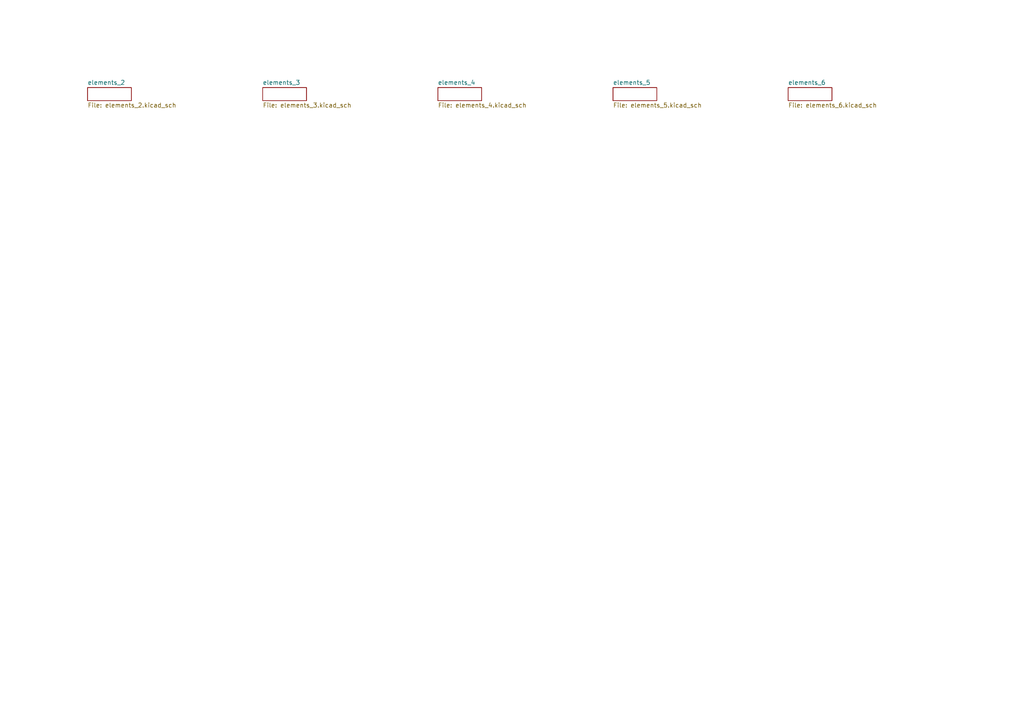
<source format=kicad_sch>
(kicad_sch (version 20211123) (generator eeschema)
  (paper "A4")
  (lib_symbols)
  (sheet (at 177.8 25.4) (size 12.7 3.81)
    (property "Sheet name" "elements_5" (at 177.8 24.6884 0) (effects (justify left bottom)))
    (property "Sheet file" "elements_5.kicad_sch" (at 177.8 29.7946 0) (effects (justify left top)))
  )
  (sheet (at 25.4 25.4) (size 12.7 3.81)
    (property "Sheet name" "elements_2" (at 25.4 24.6884 0) (effects (justify left bottom)))
    (property "Sheet file" "elements_2.kicad_sch" (at 25.4 29.7946 0) (effects (justify left top)))
  )
  (sheet (at 76.2 25.4) (size 12.7 3.81)
    (property "Sheet name" "elements_3" (at 76.2 24.6884 0) (effects (justify left bottom)))
    (property "Sheet file" "elements_3.kicad_sch" (at 76.2 29.7946 0) (effects (justify left top)))
  )
  (sheet (at 228.6 25.4) (size 12.7 3.81)
    (property "Sheet name" "elements_6" (at 228.6 24.6884 0) (effects (justify left bottom)))
    (property "Sheet file" "elements_6.kicad_sch" (at 228.6 29.7946 0) (effects (justify left top)))
  )
  (sheet (at 127 25.4) (size 12.7 3.81)
    (property "Sheet name" "elements_4" (at 127 24.6884 0) (effects (justify left bottom)))
    (property "Sheet file" "elements_4.kicad_sch" (at 127 29.7946 0) (effects (justify left top)))
  )
)
</source>
